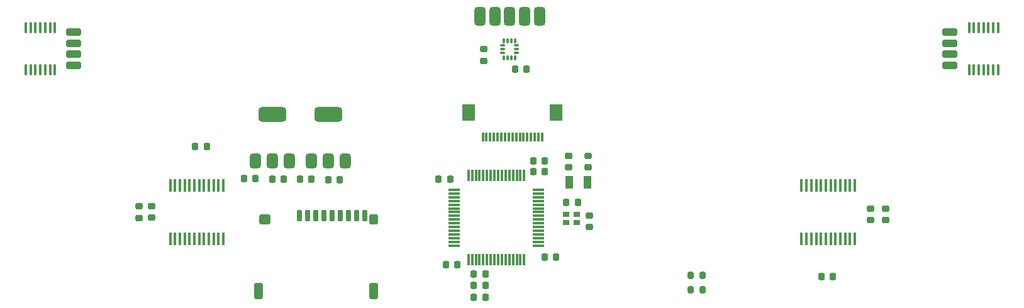
<source format=gbr>
%TF.GenerationSoftware,KiCad,Pcbnew,8.0.4*%
%TF.CreationDate,2024-11-30T13:52:58+01:00*%
%TF.ProjectId,ALL_PCBS,414c4c5f-5043-4425-932e-6b696361645f,rev?*%
%TF.SameCoordinates,Original*%
%TF.FileFunction,Paste,Bot*%
%TF.FilePolarity,Positive*%
%FSLAX46Y46*%
G04 Gerber Fmt 4.6, Leading zero omitted, Abs format (unit mm)*
G04 Created by KiCad (PCBNEW 8.0.4) date 2024-11-30 13:52:58*
%MOMM*%
%LPD*%
G01*
G04 APERTURE LIST*
G04 Aperture macros list*
%AMRoundRect*
0 Rectangle with rounded corners*
0 $1 Rounding radius*
0 $2 $3 $4 $5 $6 $7 $8 $9 X,Y pos of 4 corners*
0 Add a 4 corners polygon primitive as box body*
4,1,4,$2,$3,$4,$5,$6,$7,$8,$9,$2,$3,0*
0 Add four circle primitives for the rounded corners*
1,1,$1+$1,$2,$3*
1,1,$1+$1,$4,$5*
1,1,$1+$1,$6,$7*
1,1,$1+$1,$8,$9*
0 Add four rect primitives between the rounded corners*
20,1,$1+$1,$2,$3,$4,$5,0*
20,1,$1+$1,$4,$5,$6,$7,0*
20,1,$1+$1,$6,$7,$8,$9,0*
20,1,$1+$1,$8,$9,$2,$3,0*%
G04 Aperture macros list end*
%ADD10RoundRect,0.225000X-0.225000X-0.250000X0.225000X-0.250000X0.225000X0.250000X-0.225000X0.250000X0*%
%ADD11RoundRect,0.200000X-0.200000X-0.275000X0.200000X-0.275000X0.200000X0.275000X-0.200000X0.275000X0*%
%ADD12RoundRect,0.225000X0.225000X0.250000X-0.225000X0.250000X-0.225000X-0.250000X0.225000X-0.250000X0*%
%ADD13RoundRect,0.375000X0.375000X-0.625000X0.375000X0.625000X-0.375000X0.625000X-0.375000X-0.625000X0*%
%ADD14RoundRect,0.500000X1.400000X-0.500000X1.400000X0.500000X-1.400000X0.500000X-1.400000X-0.500000X0*%
%ADD15RoundRect,0.075000X0.700000X0.075000X-0.700000X0.075000X-0.700000X-0.075000X0.700000X-0.075000X0*%
%ADD16RoundRect,0.075000X0.075000X0.700000X-0.075000X0.700000X-0.075000X-0.700000X0.075000X-0.700000X0*%
%ADD17RoundRect,0.225000X-0.250000X0.225000X-0.250000X-0.225000X0.250000X-0.225000X0.250000X0.225000X0*%
%ADD18R,0.900000X0.800000*%
%ADD19RoundRect,0.375000X-0.375000X0.875000X-0.375000X-0.875000X0.375000X-0.875000X0.375000X0.875000X0*%
%ADD20RoundRect,0.100000X0.100000X-0.637500X0.100000X0.637500X-0.100000X0.637500X-0.100000X-0.637500X0*%
%ADD21R,1.000000X1.800000*%
%ADD22RoundRect,0.250000X-0.750000X-0.250000X0.750000X-0.250000X0.750000X0.250000X-0.750000X0.250000X0*%
%ADD23RoundRect,0.200000X0.200000X0.275000X-0.200000X0.275000X-0.200000X-0.275000X0.200000X-0.275000X0*%
%ADD24RoundRect,0.218750X-0.218750X-0.256250X0.218750X-0.256250X0.218750X0.256250X-0.218750X0.256250X0*%
%ADD25R,0.300000X1.300000*%
%ADD26R,1.800000X2.200000*%
%ADD27RoundRect,0.250000X0.750000X0.250000X-0.750000X0.250000X-0.750000X-0.250000X0.750000X-0.250000X0*%
%ADD28RoundRect,0.225000X0.250000X-0.225000X0.250000X0.225000X-0.250000X0.225000X-0.250000X-0.225000X0*%
%ADD29RoundRect,0.087500X0.087500X-0.225000X0.087500X0.225000X-0.087500X0.225000X-0.087500X-0.225000X0*%
%ADD30RoundRect,0.087500X0.225000X-0.087500X0.225000X0.087500X-0.225000X0.087500X-0.225000X-0.087500X0*%
%ADD31R,0.450000X1.750000*%
%ADD32RoundRect,0.175000X-0.175000X-0.625000X0.175000X-0.625000X0.175000X0.625000X-0.175000X0.625000X0*%
%ADD33RoundRect,0.300000X-0.300000X-0.800000X0.300000X-0.800000X0.300000X0.800000X-0.300000X0.800000X0*%
%ADD34RoundRect,0.350000X-0.450000X-0.350000X0.450000X-0.350000X0.450000X0.350000X-0.450000X0.350000X0*%
%ADD35RoundRect,0.300000X-0.300000X-0.400000X0.300000X-0.400000X0.300000X0.400000X-0.300000X0.400000X0*%
%ADD36RoundRect,0.100000X-0.100000X0.637500X-0.100000X-0.637500X0.100000X-0.637500X0.100000X0.637500X0*%
G04 APERTURE END LIST*
D10*
%TO.C,C1*%
X167625000Y-125275000D03*
X169175000Y-125275000D03*
%TD*%
D11*
%TO.C,R11*%
X187250000Y-129675000D03*
X188900000Y-129675000D03*
%TD*%
D12*
%TO.C,C13*%
X128700000Y-114650000D03*
X127150000Y-114650000D03*
%TD*%
D13*
%TO.C,U2*%
X133300000Y-112300000D03*
X131000000Y-112300000D03*
D14*
X131000000Y-106000000D03*
D13*
X128700000Y-112300000D03*
%TD*%
D15*
%TO.C,U1*%
X166800000Y-116200000D03*
X166800000Y-116700000D03*
X166800000Y-117200000D03*
X166800000Y-117700000D03*
X166800000Y-118200000D03*
X166800000Y-118700000D03*
X166800000Y-119200000D03*
X166800000Y-119700000D03*
X166800000Y-120200000D03*
X166800000Y-120700000D03*
X166800000Y-121200000D03*
X166800000Y-121700000D03*
X166800000Y-122200000D03*
X166800000Y-122700000D03*
X166800000Y-123200000D03*
X166800000Y-123700000D03*
D16*
X164875000Y-125625000D03*
X164375000Y-125625000D03*
X163875000Y-125625000D03*
X163375000Y-125625000D03*
X162875000Y-125625000D03*
X162375000Y-125625000D03*
X161875000Y-125625000D03*
X161375000Y-125625000D03*
X160875000Y-125625000D03*
X160375000Y-125625000D03*
X159875000Y-125625000D03*
X159375000Y-125625000D03*
X158875000Y-125625000D03*
X158375000Y-125625000D03*
X157875000Y-125625000D03*
X157375000Y-125625000D03*
D15*
X155450000Y-123700000D03*
X155450000Y-123200000D03*
X155450000Y-122700000D03*
X155450000Y-122200000D03*
X155450000Y-121700000D03*
X155450000Y-121200000D03*
X155450000Y-120700000D03*
X155450000Y-120200000D03*
X155450000Y-119700000D03*
X155450000Y-119200000D03*
X155450000Y-118700000D03*
X155450000Y-118200000D03*
X155450000Y-117700000D03*
X155450000Y-117200000D03*
X155450000Y-116700000D03*
X155450000Y-116200000D03*
D16*
X157375000Y-114275000D03*
X157875000Y-114275000D03*
X158375000Y-114275000D03*
X158875000Y-114275000D03*
X159375000Y-114275000D03*
X159875000Y-114275000D03*
X160375000Y-114275000D03*
X160875000Y-114275000D03*
X161375000Y-114275000D03*
X161875000Y-114275000D03*
X162375000Y-114275000D03*
X162875000Y-114275000D03*
X163375000Y-114275000D03*
X163875000Y-114275000D03*
X164375000Y-114275000D03*
X164875000Y-114275000D03*
%TD*%
D10*
%TO.C,C1*%
X163650000Y-99900000D03*
X165200000Y-99900000D03*
%TD*%
%TO.C,C2*%
X158100000Y-127500000D03*
X159650000Y-127500000D03*
%TD*%
%TO.C,C16*%
X138525000Y-114800000D03*
X140075000Y-114800000D03*
%TD*%
%TO.C,C14*%
X130975000Y-114775000D03*
X132525000Y-114775000D03*
%TD*%
D12*
%TO.C,C8*%
X172100000Y-117900000D03*
X170550000Y-117900000D03*
%TD*%
D10*
%TO.C,C6*%
X166125000Y-113775000D03*
X167675000Y-113775000D03*
%TD*%
D17*
%TO.C,C10*%
X173650000Y-119650000D03*
X173650000Y-121200000D03*
%TD*%
D18*
%TO.C,X1*%
X171950000Y-120600000D03*
X170550000Y-120600000D03*
X170550000Y-119500000D03*
X171950000Y-119500000D03*
%TD*%
D19*
%TO.C,IMU_Conn1*%
X158925000Y-92850000D03*
X160925000Y-92850000D03*
X162925000Y-92850000D03*
X164925000Y-92850000D03*
X166925000Y-92850000D03*
%TD*%
D20*
%TO.C,Encoder_L1*%
X228650000Y-100062500D03*
X228000000Y-100062500D03*
X227350000Y-100062500D03*
X226700000Y-100062500D03*
X226050000Y-100062500D03*
X225400000Y-100062500D03*
X224750000Y-100062500D03*
X224750000Y-94337500D03*
X225400000Y-94337500D03*
X226050000Y-94337500D03*
X226700000Y-94337500D03*
X227350000Y-94337500D03*
X228000000Y-94337500D03*
X228650000Y-94337500D03*
%TD*%
D21*
%TO.C,X2*%
X173400000Y-115200000D03*
X170900000Y-115200000D03*
%TD*%
D17*
%TO.C,C23*%
X113050000Y-118425000D03*
X113050000Y-119975000D03*
%TD*%
D22*
%TO.C,Encoder_L2*%
X222200000Y-94950000D03*
X222200000Y-96450000D03*
X222200000Y-97950000D03*
X222200000Y-99450000D03*
%TD*%
D23*
%TO.C,R12*%
X188900000Y-127675000D03*
X187250000Y-127675000D03*
%TD*%
D24*
%TO.C,L1*%
X158100000Y-130650000D03*
X159675000Y-130650000D03*
%TD*%
D10*
%TO.C,C17*%
X204909000Y-127898000D03*
X206459000Y-127898000D03*
%TD*%
D25*
%TO.C,GRUZIK3.0*%
X159300000Y-109050000D03*
X159800000Y-109050000D03*
X160300000Y-109050000D03*
X160800000Y-109050000D03*
X161300000Y-109050000D03*
X161800000Y-109050000D03*
X162300000Y-109050000D03*
X162800000Y-109050000D03*
X163300000Y-109050000D03*
X163800000Y-109050000D03*
X164300000Y-109050000D03*
X164800000Y-109050000D03*
X165300000Y-109050000D03*
X165800000Y-109050000D03*
X166300000Y-109050000D03*
X166800000Y-109050000D03*
X167300000Y-109050000D03*
D26*
X157400000Y-105800000D03*
X169200000Y-105800000D03*
%TD*%
D27*
%TO.C,Encoder_L2*%
X104250000Y-99450000D03*
X104250000Y-97950000D03*
X104250000Y-96450000D03*
X104250000Y-94950000D03*
%TD*%
D10*
%TO.C,C3*%
X158100000Y-129075000D03*
X159650000Y-129075000D03*
%TD*%
D17*
%TO.C,C24*%
X114750000Y-118400000D03*
X114750000Y-119950000D03*
%TD*%
D28*
%TO.C,C18*%
X213500000Y-120275000D03*
X213500000Y-118725000D03*
%TD*%
D29*
%TO.C,U1*%
X163650000Y-98425000D03*
X163150000Y-98425000D03*
X162650000Y-98425000D03*
X162150000Y-98425000D03*
D30*
X161987500Y-97762500D03*
X161987500Y-97262500D03*
X161987500Y-96762500D03*
D29*
X162150000Y-96100000D03*
X162650000Y-96100000D03*
X163150000Y-96100000D03*
X163650000Y-96100000D03*
D30*
X163812500Y-96762500D03*
X163812500Y-97262500D03*
X163812500Y-97762500D03*
%TD*%
D12*
%TO.C,C20*%
X122150000Y-110350000D03*
X120600000Y-110350000D03*
%TD*%
%TO.C,C15*%
X136225000Y-114775000D03*
X134675000Y-114775000D03*
%TD*%
D17*
%TO.C,C2*%
X159400000Y-97250000D03*
X159400000Y-98800000D03*
%TD*%
D31*
%TO.C,Driver R*%
X202225000Y-115600000D03*
X202875000Y-115600000D03*
X203525000Y-115600000D03*
X204175000Y-115600000D03*
X204825000Y-115600000D03*
X205475000Y-115600000D03*
X206125000Y-115600000D03*
X206775000Y-115600000D03*
X207425000Y-115600000D03*
X208075000Y-115600000D03*
X208725000Y-115600000D03*
X209375000Y-115600000D03*
X209375000Y-122800000D03*
X208725000Y-122800000D03*
X208075000Y-122800000D03*
X207425000Y-122800000D03*
X206775000Y-122800000D03*
X206125000Y-122800000D03*
X205475000Y-122800000D03*
X204825000Y-122800000D03*
X204175000Y-122800000D03*
X203525000Y-122800000D03*
X202875000Y-122800000D03*
X202225000Y-122800000D03*
%TD*%
D12*
%TO.C,C7*%
X154900000Y-114775000D03*
X153350000Y-114775000D03*
%TD*%
D32*
%TO.C,SD_Card*%
X134600000Y-119700000D03*
X135700000Y-119700000D03*
X136800000Y-119700000D03*
X137900000Y-119700000D03*
X139000000Y-119700000D03*
X140100000Y-119700000D03*
X141200000Y-119700000D03*
X142300000Y-119700000D03*
X143400000Y-119700000D03*
D33*
X129100000Y-129800000D03*
D34*
X130000000Y-120200000D03*
D35*
X144600000Y-120200000D03*
D33*
X144600000Y-129800000D03*
%TD*%
D13*
%TO.C,U3*%
X140825000Y-112325000D03*
X138525000Y-112325000D03*
D14*
X138525000Y-106025000D03*
D13*
X136225000Y-112325000D03*
%TD*%
D31*
%TO.C,Driver L*%
X124375000Y-122800000D03*
X123725000Y-122800000D03*
X123075000Y-122800000D03*
X122425000Y-122800000D03*
X121775000Y-122800000D03*
X121125000Y-122800000D03*
X120475000Y-122800000D03*
X119825000Y-122800000D03*
X119175000Y-122800000D03*
X118525000Y-122800000D03*
X117875000Y-122800000D03*
X117225000Y-122800000D03*
X117225000Y-115600000D03*
X117875000Y-115600000D03*
X118525000Y-115600000D03*
X119175000Y-115600000D03*
X119825000Y-115600000D03*
X120475000Y-115600000D03*
X121125000Y-115600000D03*
X121775000Y-115600000D03*
X122425000Y-115600000D03*
X123075000Y-115600000D03*
X123725000Y-115600000D03*
X124375000Y-115600000D03*
%TD*%
D28*
%TO.C,C19*%
X211500000Y-120275000D03*
X211500000Y-118725000D03*
%TD*%
D10*
%TO.C,C5*%
X166125000Y-112275000D03*
X167675000Y-112275000D03*
%TD*%
D36*
%TO.C,Encoder_L1*%
X97800000Y-94337500D03*
X98450000Y-94337500D03*
X99100000Y-94337500D03*
X99750000Y-94337500D03*
X100400000Y-94337500D03*
X101050000Y-94337500D03*
X101700000Y-94337500D03*
X101700000Y-100062500D03*
X101050000Y-100062500D03*
X100400000Y-100062500D03*
X99750000Y-100062500D03*
X99100000Y-100062500D03*
X98450000Y-100062500D03*
X97800000Y-100062500D03*
%TD*%
D17*
%TO.C,C11*%
X170850000Y-111625000D03*
X170850000Y-113175000D03*
%TD*%
%TO.C,C12*%
X173450000Y-111625000D03*
X173450000Y-113175000D03*
%TD*%
D12*
%TO.C,C4*%
X155900000Y-126275000D03*
X154350000Y-126275000D03*
%TD*%
M02*

</source>
